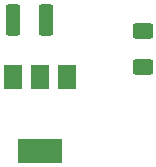
<source format=gbr>
%TF.GenerationSoftware,KiCad,Pcbnew,8.0.4*%
%TF.CreationDate,2024-08-01T03:09:01-04:00*%
%TF.ProjectId,esp32-node-board-40x65_telemetry,65737033-322d-46e6-9f64-652d626f6172,rev?*%
%TF.SameCoordinates,Original*%
%TF.FileFunction,Paste,Bot*%
%TF.FilePolarity,Positive*%
%FSLAX46Y46*%
G04 Gerber Fmt 4.6, Leading zero omitted, Abs format (unit mm)*
G04 Created by KiCad (PCBNEW 8.0.4) date 2024-08-01 03:09:01*
%MOMM*%
%LPD*%
G01*
G04 APERTURE LIST*
G04 Aperture macros list*
%AMRoundRect*
0 Rectangle with rounded corners*
0 $1 Rounding radius*
0 $2 $3 $4 $5 $6 $7 $8 $9 X,Y pos of 4 corners*
0 Add a 4 corners polygon primitive as box body*
4,1,4,$2,$3,$4,$5,$6,$7,$8,$9,$2,$3,0*
0 Add four circle primitives for the rounded corners*
1,1,$1+$1,$2,$3*
1,1,$1+$1,$4,$5*
1,1,$1+$1,$6,$7*
1,1,$1+$1,$8,$9*
0 Add four rect primitives between the rounded corners*
20,1,$1+$1,$2,$3,$4,$5,0*
20,1,$1+$1,$4,$5,$6,$7,0*
20,1,$1+$1,$6,$7,$8,$9,0*
20,1,$1+$1,$8,$9,$2,$3,0*%
G04 Aperture macros list end*
%ADD10RoundRect,0.250000X-0.625000X0.400000X-0.625000X-0.400000X0.625000X-0.400000X0.625000X0.400000X0*%
%ADD11RoundRect,0.250000X-0.375000X-1.075000X0.375000X-1.075000X0.375000X1.075000X-0.375000X1.075000X0*%
%ADD12R,1.500000X2.000000*%
%ADD13R,3.800000X2.000000*%
G04 APERTURE END LIST*
D10*
%TO.C,R1*%
X99700000Y-48700000D03*
X99700000Y-51800000D03*
%TD*%
D11*
%TO.C,D4*%
X88700000Y-47750000D03*
X91500000Y-47750000D03*
%TD*%
D12*
%TO.C,U1*%
X88700000Y-52600000D03*
X91000000Y-52600000D03*
D13*
X91000000Y-58900000D03*
D12*
X93300000Y-52600000D03*
%TD*%
M02*

</source>
